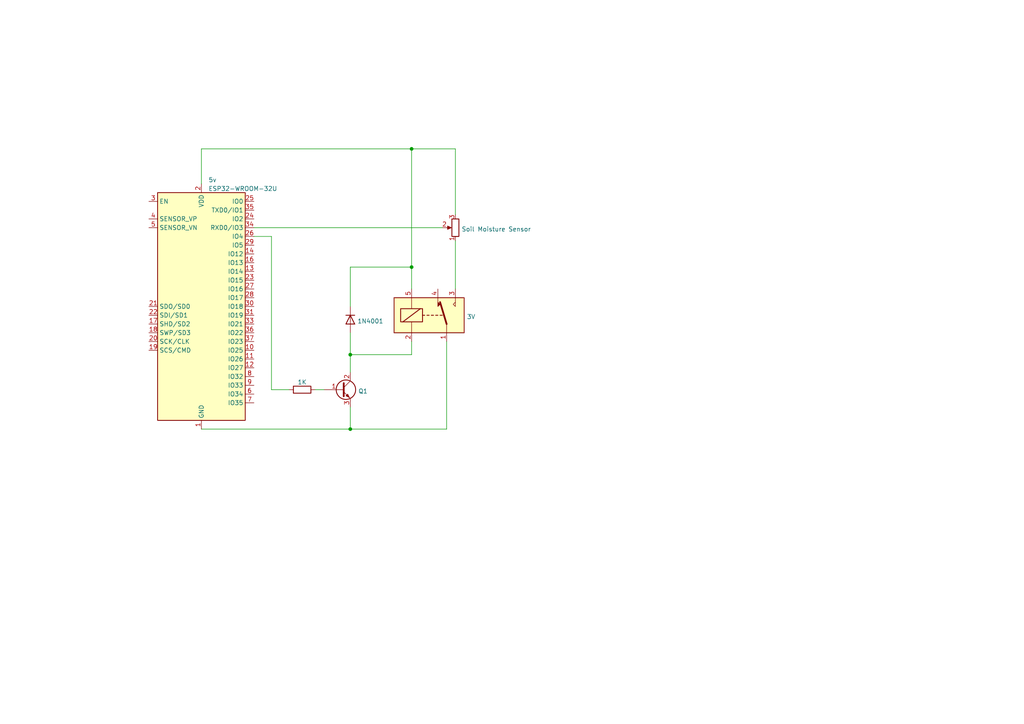
<source format=kicad_sch>
(kicad_sch (version 20211123) (generator eeschema)
  (paper "A4")
  (lib_symbols
    (symbol "Device:Q_NPN_BCE" (pin_names (offset 0) hide)
      (property "Reference" "Q" (at 5.08 1.27 0))
      (property "Value" "Q_NPN_BCE" (at 5.08 -1.27 0))
      (symbol "Q_NPN_BCE_0_1"
        (polyline (pts (xy 0.635 0.635) (xy 2.54 2.54)))
        (polyline (pts (xy 0.635 -0.635) (xy 2.54 -2.54) (xy 2.54 -2.54)))
        (polyline (pts (xy 0.635 1.905) (xy 0.635 -1.905) (xy 0.635 -1.905)) (stroke (width 0.508)))
        (polyline (pts (xy 1.27 -1.778) (xy 1.778 -1.27) (xy 2.286 -2.286) (xy 1.27 -1.778) (xy 1.27 -1.778)) (fill (type outline)))
        (circle (center 1.27 0) (radius 2.8194) (stroke (width 0.254)))
      )
      (symbol "Q_NPN_BCE_1_1"
        (pin input line (at -5.08 0 0) (length 5.715) (name "B") (number "1"))
        (pin passive line (at 2.54 5.08 270) (length 2.54) (name "C") (number "2"))
        (pin passive line (at 2.54 -5.08 90) (length 2.54) (name "E") (number "3"))
      )
    )
    (symbol "Device:R" (pin_numbers hide) (pin_names (offset 0))
      (property "Reference" "R" (at 2.032 0 90))
      (property "Value" "R" (at 0 0 90))
      (symbol "R_0_1"
        (rectangle (start -1.016 -2.54) (end 1.016 2.54) (stroke (width 0.254)))
      )
      (symbol "R_1_1"
        (pin passive line (at 0 3.81 270) (length 1.27) (name "~") (number "1"))
        (pin passive line (at 0 -3.81 90) (length 1.27) (name "~") (number "2"))
      )
    )
    (symbol "Device:R_Potentiometer" (pin_names (offset 1.016) hide)
      (property "Reference" "RV" (at -4.445 0 90))
      (property "Value" "R_Potentiometer" (at -2.54 0 90))
      (symbol "R_Potentiometer_0_1"
        (polyline (pts (xy 2.54 0) (xy 1.524 0)))
        (polyline (pts (xy 1.143 0) (xy 2.286 0.508) (xy 2.286 -0.508) (xy 1.143 0)) (fill (type outline)))
        (rectangle (start 1.016 2.54) (end -1.016 -2.54) (stroke (width 0.254)))
      )
      (symbol "R_Potentiometer_1_1"
        (pin passive line (at 0 3.81 270) (length 1.27) (name "1") (number "1"))
        (pin passive line (at 3.81 0 180) (length 1.27) (name "2") (number "2"))
        (pin passive line (at 0 -3.81 90) (length 1.27) (name "3") (number "3"))
      )
    )
    (symbol "Diode:1N4001" (pin_numbers hide) (pin_names hide)
      (property "Reference" "D" (at 0 2.54 0))
      (property "Value" "1N4001" (at 0 -2.54 0))
      (symbol "1N4001_0_1"
        (polyline (pts (xy -1.27 1.27) (xy -1.27 -1.27)) (stroke (width 0.254)))
        (polyline (pts (xy 1.27 0) (xy -1.27 0)))
        (polyline (pts (xy 1.27 1.27) (xy 1.27 -1.27) (xy -1.27 0) (xy 1.27 1.27)) (stroke (width 0.254)))
      )
      (symbol "1N4001_1_1"
        (pin passive line (at -3.81 0 0) (length 2.54) (name "K") (number "1"))
        (pin passive line (at 3.81 0 180) (length 2.54) (name "A") (number "2"))
      )
    )
    (symbol "RF_Module:ESP32-WROOM-32U"
      (property "Reference" "U" (at -12.7 34.29 0))
      (property "Value" "ESP32-WROOM-32U" (at 1.27 34.29 0))
      (symbol "ESP32-WROOM-32U_0_1"
        (rectangle (start -12.7 33.02) (end 12.7 -33.02) (stroke (width 0.254)) (fill (type background)))
      )
      (symbol "ESP32-WROOM-32U_1_1"
        (pin power_in line (at 0 -35.56 90) (length 2.54) (name "GND") (number "1"))
        (pin bidirectional line (at 15.24 -12.7 180) (length 2.54) (name "IO25") (number "10"))
        (pin bidirectional line (at 15.24 -15.24 180) (length 2.54) (name "IO26") (number "11"))
        (pin bidirectional line (at 15.24 -17.78 180) (length 2.54) (name "IO27") (number "12"))
        (pin bidirectional line (at 15.24 10.16 180) (length 2.54) (name "IO14") (number "13"))
        (pin bidirectional line (at 15.24 15.24 180) (length 2.54) (name "IO12") (number "14"))
        (pin passive line (at 0 -35.56 90) (length 2.54) hide (name "GND") (number "15"))
        (pin bidirectional line (at 15.24 12.7 180) (length 2.54) (name "IO13") (number "16"))
        (pin bidirectional line (at -15.24 -5.08 0) (length 2.54) (name "SHD/SD2") (number "17"))
        (pin bidirectional line (at -15.24 -7.62 0) (length 2.54) (name "SWP/SD3") (number "18"))
        (pin bidirectional line (at -15.24 -12.7 0) (length 2.54) (name "SCS/CMD") (number "19"))
        (pin power_in line (at 0 35.56 270) (length 2.54) (name "VDD") (number "2"))
        (pin bidirectional line (at -15.24 -10.16 0) (length 2.54) (name "SCK/CLK") (number "20"))
        (pin bidirectional line (at -15.24 0 0) (length 2.54) (name "SDO/SD0") (number "21"))
        (pin bidirectional line (at -15.24 -2.54 0) (length 2.54) (name "SDI/SD1") (number "22"))
        (pin bidirectional line (at 15.24 7.62 180) (length 2.54) (name "IO15") (number "23"))
        (pin bidirectional line (at 15.24 25.4 180) (length 2.54) (name "IO2") (number "24"))
        (pin bidirectional line (at 15.24 30.48 180) (length 2.54) (name "IO0") (number "25"))
        (pin bidirectional line (at 15.24 20.32 180) (length 2.54) (name "IO4") (number "26"))
        (pin bidirectional line (at 15.24 5.08 180) (length 2.54) (name "IO16") (number "27"))
        (pin bidirectional line (at 15.24 2.54 180) (length 2.54) (name "IO17") (number "28"))
        (pin bidirectional line (at 15.24 17.78 180) (length 2.54) (name "IO5") (number "29"))
        (pin input line (at -15.24 30.48 0) (length 2.54) (name "EN") (number "3"))
        (pin bidirectional line (at 15.24 0 180) (length 2.54) (name "IO18") (number "30"))
        (pin bidirectional line (at 15.24 -2.54 180) (length 2.54) (name "IO19") (number "31"))
        (pin no_connect line (at -12.7 -27.94 0) (length 2.54) hide (name "NC") (number "32"))
        (pin bidirectional line (at 15.24 -5.08 180) (length 2.54) (name "IO21") (number "33"))
        (pin bidirectional line (at 15.24 22.86 180) (length 2.54) (name "RXD0/IO3") (number "34"))
        (pin bidirectional line (at 15.24 27.94 180) (length 2.54) (name "TXD0/IO1") (number "35"))
        (pin bidirectional line (at 15.24 -7.62 180) (length 2.54) (name "IO22") (number "36"))
        (pin bidirectional line (at 15.24 -10.16 180) (length 2.54) (name "IO23") (number "37"))
        (pin passive line (at 0 -35.56 90) (length 2.54) hide (name "GND") (number "38"))
        (pin passive line (at 0 -35.56 90) (length 2.54) hide (name "GND") (number "39"))
        (pin input line (at -15.24 25.4 0) (length 2.54) (name "SENSOR_VP") (number "4"))
        (pin input line (at -15.24 22.86 0) (length 2.54) (name "SENSOR_VN") (number "5"))
        (pin input line (at 15.24 -25.4 180) (length 2.54) (name "IO34") (number "6"))
        (pin input line (at 15.24 -27.94 180) (length 2.54) (name "IO35") (number "7"))
        (pin bidirectional line (at 15.24 -20.32 180) (length 2.54) (name "IO32") (number "8"))
        (pin bidirectional line (at 15.24 -22.86 180) (length 2.54) (name "IO33") (number "9"))
      )
    )
    (symbol "Relay:SANYOU_SRD_Form_C"
      (property "Reference" "K" (at 11.43 3.81 0))
      (property "Value" "SANYOU_SRD_Form_C" (at 11.43 1.27 0))
      (symbol "SANYOU_SRD_Form_C_0_0"
        (polyline (pts (xy 7.62 5.08) (xy 7.62 2.54) (xy 6.985 3.175) (xy 7.62 3.81)))
      )
      (symbol "SANYOU_SRD_Form_C_0_1"
        (rectangle (start -10.16 5.08) (end 10.16 -5.08) (stroke (width 0.254)) (fill (type background)))
        (rectangle (start -8.255 1.905) (end -1.905 -1.905) (stroke (width 0.254)))
        (polyline (pts (xy -7.62 -1.905) (xy -2.54 1.905)) (stroke (width 0.254)))
        (polyline (pts (xy -5.08 -5.08) (xy -5.08 -1.905)))
        (polyline (pts (xy -5.08 5.08) (xy -5.08 1.905)))
        (polyline (pts (xy -1.905 0) (xy -1.27 0)) (stroke (width 0.254)))
        (polyline (pts (xy -0.635 0) (xy 0 0)) (stroke (width 0.254)))
        (polyline (pts (xy 0.635 0) (xy 1.27 0)) (stroke (width 0.254)))
        (polyline (pts (xy 1.905 0) (xy 2.54 0)) (stroke (width 0.254)))
        (polyline (pts (xy 3.175 0) (xy 3.81 0)) (stroke (width 0.254)))
        (polyline (pts (xy 5.08 -2.54) (xy 3.175 3.81)) (stroke (width 0.508)))
        (polyline (pts (xy 5.08 -2.54) (xy 5.08 -5.08)))
      )
      (symbol "SANYOU_SRD_Form_C_1_1"
        (polyline (pts (xy 2.54 3.81) (xy 3.175 3.175) (xy 2.54 2.54) (xy 2.54 5.08)) (fill (type outline)))
        (pin passive line (at 5.08 -7.62 90) (length 2.54) (name "~") (number "1"))
        (pin passive line (at -5.08 -7.62 90) (length 2.54) (name "~") (number "2"))
        (pin passive line (at 7.62 7.62 270) (length 2.54) (name "~") (number "3"))
        (pin passive line (at 2.54 7.62 270) (length 2.54) (name "~") (number "4"))
        (pin passive line (at -5.08 7.62 270) (length 2.54) (name "~") (number "5"))
      )
    )
  )
  (junction (at 101.6 124.46))
  (junction (at 119.38 77.47))
  (junction (at 101.6 102.87))
  (junction (at 119.38 43.18))
  (wire (pts (xy 101.6 102.87) (xy 101.6 107.95)))
  (wire (pts (xy 132.08 69.85) (xy 132.08 83.82)))
  (wire (pts (xy 83.82 113.03) (xy 78.74 113.03)))
  (wire (pts (xy 119.38 99.06) (xy 119.38 102.87)))
  (wire (pts (xy 73.66 66.04) (xy 128.27 66.04)))
  (wire (pts (xy 119.38 77.47) (xy 119.38 43.18)))
  (wire (pts (xy 129.54 124.46) (xy 101.6 124.46)))
  (wire (pts (xy 129.54 99.06) (xy 129.54 124.46)))
  (wire (pts (xy 58.42 43.18) (xy 119.38 43.18)))
  (wire (pts (xy 73.66 68.58) (xy 78.74 68.58)))
  (wire (pts (xy 91.44 113.03) (xy 93.98 113.03)))
  (wire (pts (xy 58.42 124.46) (xy 101.6 124.46)))
  (wire (pts (xy 132.08 43.18) (xy 119.38 43.18)))
  (wire (pts (xy 132.08 62.23) (xy 132.08 43.18)))
  (wire (pts (xy 101.6 96.52) (xy 101.6 102.87)))
  (wire (pts (xy 58.42 53.34) (xy 58.42 43.18)))
  (wire (pts (xy 119.38 83.82) (xy 119.38 77.47)))
  (wire (pts (xy 101.6 88.9) (xy 101.6 77.47)))
  (wire (pts (xy 78.74 68.58) (xy 78.74 113.03)))
  (wire (pts (xy 101.6 118.11) (xy 101.6 124.46)))
  (wire (pts (xy 119.38 102.87) (xy 101.6 102.87)))
  (wire (pts (xy 101.6 77.47) (xy 119.38 77.47)))
  (symbol (lib_id "Diode:1N4001") (at 101.6 92.71 270) (unit 1)
    (property "Reference" "D1" (effects hide))
    (property "Value" "1N4001" (at 103.632 93.1438 90) (effects (justify left)))
    (property "Footprint" "Diode_THT:D_DO-41_SOD81_P10.16mm_Horizontal" (effects hide))
    (property "Datasheet" "http://www.vishay.com/docs/88503/1n4001.pdf" (effects hide))
  )
  (symbol (lib_id "Device:Q_NPN_BCE") (at 99.06 113.03 0) (unit 1)
    (property "Reference" "Q1" (at 103.9114 113.4638 0) (effects (justify left)))
    (property "Value" "Q_NPN_BCE" (effects hide))
  )
  (symbol (lib_id "Relay:SANYOU_SRD_Form_C") (at 124.46 91.44 0) (unit 1)
    (property "Reference" "K1" (effects hide))
    (property "Value" "3V" (at 135.382 91.8738 0) (effects (justify left)))
    (property "Footprint" "Relay_THT:Relay_SPDT_SANYOU_SRD_Series_Form_C" (effects hide))
    (property "Datasheet" "http://www.sanyourelay.ca/public/products/pdf/SRD.pdf" (effects hide))
  )
  (symbol (lib_id "Device:R") (at 87.63 113.03 90) (unit 1)
    (property "Reference" "R1" (effects hide))
    (property "Value" "1K" (at 87.63 110.8512 90))
  )
  (symbol (lib_id "Device:R_Potentiometer") (at 132.08 66.04 180) (unit 1)
    (property "Reference" "RV1" (effects hide))
    (property "Value" "Soil Moisture Sensor" (at 133.858 66.4738 0) (effects (justify right)))
  )
  (symbol (lib_id "RF_Module:ESP32-WROOM-32U") (at 58.42 88.9 0) (unit 1)
    (property "Reference" "5v" (at 60.4394 52.1802 0) (effects (justify left)))
    (property "Value" "ESP32-WROOM-32U" (at 60.4394 54.7171 0) (effects (justify left)))
    (property "Footprint" "RF_Module:ESP32-WROOM-32U" (effects hide))
    (property "Datasheet" "https://www.espressif.com/sites/default/files/documentation/esp32-wroom-32d_esp32-wroom-32u_datasheet_en.pdf" (effects hide))
  )
)
</source>
